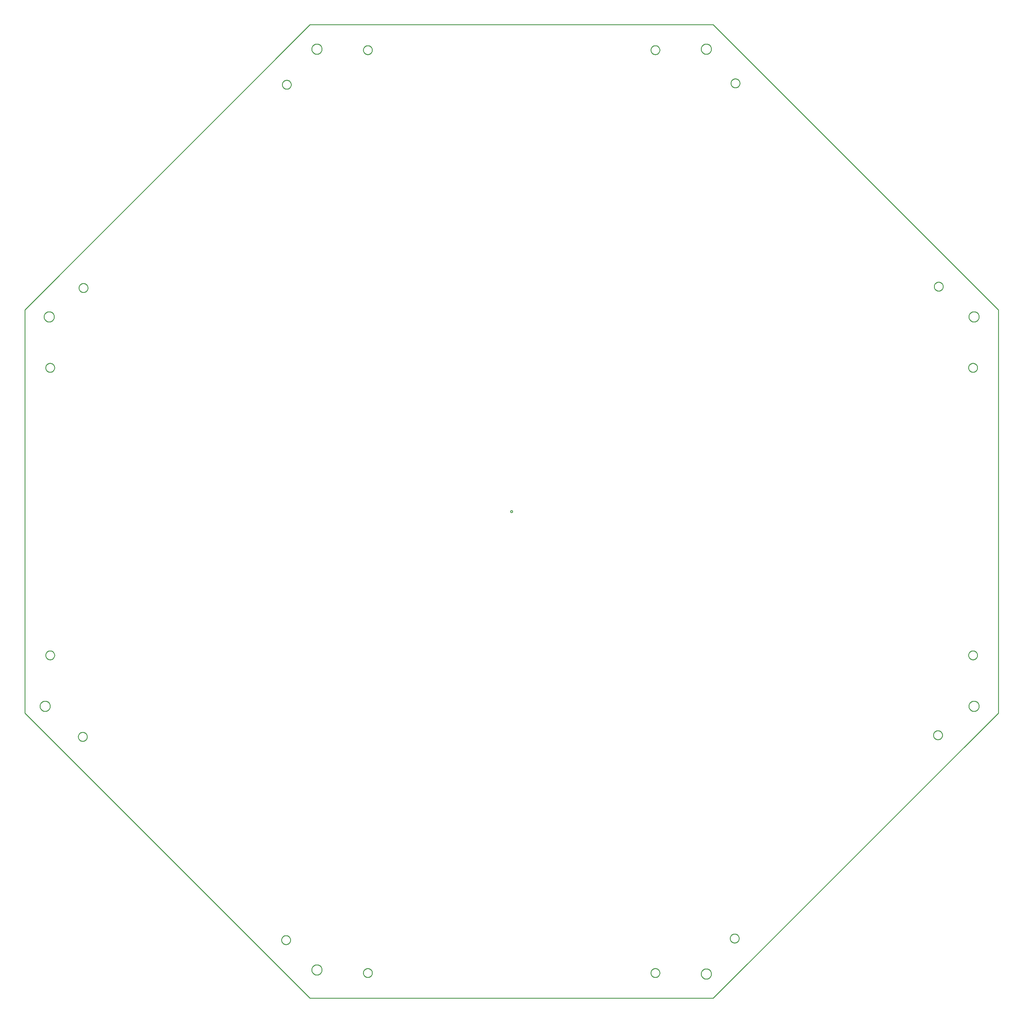
<source format=gbr>
G04 EAGLE Gerber RS-274X export*
G75*
%MOMM*%
%FSLAX34Y34*%
%LPD*%
%IN*%
%IPPOS*%
%AMOC8*
5,1,8,0,0,1.08239X$1,22.5*%
G01*
%ADD10C,0.254000*%


D10*
X-1524000Y-631262D02*
X-631262Y-1524000D01*
X631262Y-1524000D01*
X1524000Y-631262D01*
X1524000Y631262D01*
X631262Y1524000D01*
X-631262Y1524000D01*
X-1524000Y631262D01*
X-1524000Y-631262D01*
X3250Y-213D02*
X3194Y-635D01*
X3084Y-1047D01*
X2921Y-1441D01*
X2708Y-1809D01*
X2449Y-2147D01*
X2147Y-2449D01*
X1809Y-2708D01*
X1441Y-2921D01*
X1047Y-3084D01*
X635Y-3194D01*
X213Y-3250D01*
X-213Y-3250D01*
X-635Y-3194D01*
X-1047Y-3084D01*
X-1441Y-2921D01*
X-1809Y-2708D01*
X-2147Y-2449D01*
X-2449Y-2147D01*
X-2708Y-1809D01*
X-2921Y-1441D01*
X-3084Y-1047D01*
X-3194Y-635D01*
X-3250Y-213D01*
X-3250Y213D01*
X-3194Y635D01*
X-3084Y1047D01*
X-2921Y1441D01*
X-2708Y1809D01*
X-2449Y2147D01*
X-2147Y2449D01*
X-1809Y2708D01*
X-1441Y2921D01*
X-1047Y3084D01*
X-635Y3194D01*
X-213Y3250D01*
X213Y3250D01*
X635Y3194D01*
X1047Y3084D01*
X1441Y2921D01*
X1809Y2708D01*
X2147Y2449D01*
X2449Y2147D01*
X2708Y1809D01*
X2921Y1441D01*
X3084Y1047D01*
X3194Y635D01*
X3250Y213D01*
X3250Y-213D01*
X-593600Y1447276D02*
X-593669Y1446231D01*
X-593805Y1445192D01*
X-594010Y1444165D01*
X-594281Y1443153D01*
X-594617Y1442161D01*
X-595018Y1441193D01*
X-595482Y1440254D01*
X-596006Y1439346D01*
X-596588Y1438475D01*
X-597225Y1437644D01*
X-597916Y1436857D01*
X-598657Y1436116D01*
X-599444Y1435425D01*
X-600275Y1434788D01*
X-601146Y1434206D01*
X-602054Y1433682D01*
X-602993Y1433218D01*
X-603961Y1432817D01*
X-604953Y1432481D01*
X-605965Y1432210D01*
X-606992Y1432005D01*
X-608031Y1431869D01*
X-609076Y1431800D01*
X-610124Y1431800D01*
X-611169Y1431869D01*
X-612208Y1432005D01*
X-613235Y1432210D01*
X-614247Y1432481D01*
X-615239Y1432817D01*
X-616207Y1433218D01*
X-617146Y1433682D01*
X-618054Y1434206D01*
X-618925Y1434788D01*
X-619756Y1435425D01*
X-620543Y1436116D01*
X-621284Y1436857D01*
X-621975Y1437644D01*
X-622613Y1438475D01*
X-623195Y1439346D01*
X-623718Y1440254D01*
X-624182Y1441193D01*
X-624583Y1442161D01*
X-624919Y1443153D01*
X-625190Y1444165D01*
X-625395Y1445192D01*
X-625532Y1446231D01*
X-625600Y1447276D01*
X-625600Y1448324D01*
X-625532Y1449369D01*
X-625395Y1450408D01*
X-625190Y1451435D01*
X-624919Y1452447D01*
X-624583Y1453439D01*
X-624182Y1454407D01*
X-623718Y1455346D01*
X-623195Y1456254D01*
X-622613Y1457125D01*
X-621975Y1457956D01*
X-621284Y1458743D01*
X-620543Y1459484D01*
X-619756Y1460175D01*
X-618925Y1460813D01*
X-618054Y1461395D01*
X-617146Y1461918D01*
X-616207Y1462382D01*
X-615239Y1462783D01*
X-614247Y1463119D01*
X-613235Y1463390D01*
X-612208Y1463595D01*
X-611169Y1463732D01*
X-610124Y1463800D01*
X-609076Y1463800D01*
X-608031Y1463732D01*
X-606992Y1463595D01*
X-605965Y1463390D01*
X-604953Y1463119D01*
X-603961Y1462783D01*
X-602993Y1462382D01*
X-602054Y1461918D01*
X-601146Y1461395D01*
X-600275Y1460813D01*
X-599444Y1460175D01*
X-598657Y1459484D01*
X-597916Y1458743D01*
X-597225Y1457956D01*
X-596588Y1457125D01*
X-596006Y1456254D01*
X-595482Y1455346D01*
X-595018Y1454407D01*
X-594617Y1453439D01*
X-594281Y1452447D01*
X-594010Y1451435D01*
X-593805Y1450408D01*
X-593669Y1449369D01*
X-593600Y1448324D01*
X-593600Y1447276D01*
X625600Y1447276D02*
X625532Y1446231D01*
X625395Y1445192D01*
X625190Y1444165D01*
X624919Y1443153D01*
X624583Y1442161D01*
X624182Y1441193D01*
X623718Y1440254D01*
X623195Y1439346D01*
X622613Y1438475D01*
X621975Y1437644D01*
X621284Y1436857D01*
X620543Y1436116D01*
X619756Y1435425D01*
X618925Y1434788D01*
X618054Y1434206D01*
X617146Y1433682D01*
X616207Y1433218D01*
X615239Y1432817D01*
X614247Y1432481D01*
X613235Y1432210D01*
X612208Y1432005D01*
X611169Y1431869D01*
X610124Y1431800D01*
X609076Y1431800D01*
X608031Y1431869D01*
X606992Y1432005D01*
X605965Y1432210D01*
X604953Y1432481D01*
X603961Y1432817D01*
X602993Y1433218D01*
X602054Y1433682D01*
X601146Y1434206D01*
X600275Y1434788D01*
X599444Y1435425D01*
X598657Y1436116D01*
X597916Y1436857D01*
X597225Y1437644D01*
X596588Y1438475D01*
X596006Y1439346D01*
X595482Y1440254D01*
X595018Y1441193D01*
X594617Y1442161D01*
X594281Y1443153D01*
X594010Y1444165D01*
X593805Y1445192D01*
X593669Y1446231D01*
X593600Y1447276D01*
X593600Y1448324D01*
X593669Y1449369D01*
X593805Y1450408D01*
X594010Y1451435D01*
X594281Y1452447D01*
X594617Y1453439D01*
X595018Y1454407D01*
X595482Y1455346D01*
X596006Y1456254D01*
X596588Y1457125D01*
X597225Y1457956D01*
X597916Y1458743D01*
X598657Y1459484D01*
X599444Y1460175D01*
X600275Y1460813D01*
X601146Y1461395D01*
X602054Y1461918D01*
X602993Y1462382D01*
X603961Y1462783D01*
X604953Y1463119D01*
X605965Y1463390D01*
X606992Y1463595D01*
X608031Y1463732D01*
X609076Y1463800D01*
X610124Y1463800D01*
X611169Y1463732D01*
X612208Y1463595D01*
X613235Y1463390D01*
X614247Y1463119D01*
X615239Y1462783D01*
X616207Y1462382D01*
X617146Y1461918D01*
X618054Y1461395D01*
X618925Y1460813D01*
X619756Y1460175D01*
X620543Y1459484D01*
X621284Y1458743D01*
X621975Y1457956D01*
X622613Y1457125D01*
X623195Y1456254D01*
X623718Y1455346D01*
X624182Y1454407D01*
X624583Y1453439D01*
X624919Y1452447D01*
X625190Y1451435D01*
X625395Y1450408D01*
X625532Y1449369D01*
X625600Y1448324D01*
X625600Y1447276D01*
X1463800Y609076D02*
X1463732Y608031D01*
X1463595Y606992D01*
X1463390Y605965D01*
X1463119Y604953D01*
X1462783Y603961D01*
X1462382Y602993D01*
X1461918Y602054D01*
X1461395Y601146D01*
X1460813Y600275D01*
X1460175Y599444D01*
X1459484Y598657D01*
X1458743Y597916D01*
X1457956Y597225D01*
X1457125Y596588D01*
X1456254Y596006D01*
X1455346Y595482D01*
X1454407Y595018D01*
X1453439Y594617D01*
X1452447Y594281D01*
X1451435Y594010D01*
X1450408Y593805D01*
X1449369Y593669D01*
X1448324Y593600D01*
X1447276Y593600D01*
X1446231Y593669D01*
X1445192Y593805D01*
X1444165Y594010D01*
X1443153Y594281D01*
X1442161Y594617D01*
X1441193Y595018D01*
X1440254Y595482D01*
X1439346Y596006D01*
X1438475Y596588D01*
X1437644Y597225D01*
X1436857Y597916D01*
X1436116Y598657D01*
X1435425Y599444D01*
X1434788Y600275D01*
X1434206Y601146D01*
X1433682Y602054D01*
X1433218Y602993D01*
X1432817Y603961D01*
X1432481Y604953D01*
X1432210Y605965D01*
X1432005Y606992D01*
X1431869Y608031D01*
X1431800Y609076D01*
X1431800Y610124D01*
X1431869Y611169D01*
X1432005Y612208D01*
X1432210Y613235D01*
X1432481Y614247D01*
X1432817Y615239D01*
X1433218Y616207D01*
X1433682Y617146D01*
X1434206Y618054D01*
X1434788Y618925D01*
X1435425Y619756D01*
X1436116Y620543D01*
X1436857Y621284D01*
X1437644Y621975D01*
X1438475Y622613D01*
X1439346Y623195D01*
X1440254Y623718D01*
X1441193Y624182D01*
X1442161Y624583D01*
X1443153Y624919D01*
X1444165Y625190D01*
X1445192Y625395D01*
X1446231Y625532D01*
X1447276Y625600D01*
X1448324Y625600D01*
X1449369Y625532D01*
X1450408Y625395D01*
X1451435Y625190D01*
X1452447Y624919D01*
X1453439Y624583D01*
X1454407Y624182D01*
X1455346Y623718D01*
X1456254Y623195D01*
X1457125Y622613D01*
X1457956Y621975D01*
X1458743Y621284D01*
X1459484Y620543D01*
X1460175Y619756D01*
X1460813Y618925D01*
X1461395Y618054D01*
X1461918Y617146D01*
X1462382Y616207D01*
X1462783Y615239D01*
X1463119Y614247D01*
X1463390Y613235D01*
X1463595Y612208D01*
X1463732Y611169D01*
X1463800Y610124D01*
X1463800Y609076D01*
X1463800Y-610124D02*
X1463732Y-611169D01*
X1463595Y-612208D01*
X1463390Y-613235D01*
X1463119Y-614247D01*
X1462783Y-615239D01*
X1462382Y-616207D01*
X1461918Y-617146D01*
X1461395Y-618054D01*
X1460813Y-618925D01*
X1460175Y-619756D01*
X1459484Y-620543D01*
X1458743Y-621284D01*
X1457956Y-621975D01*
X1457125Y-622613D01*
X1456254Y-623195D01*
X1455346Y-623718D01*
X1454407Y-624182D01*
X1453439Y-624583D01*
X1452447Y-624919D01*
X1451435Y-625190D01*
X1450408Y-625395D01*
X1449369Y-625532D01*
X1448324Y-625600D01*
X1447276Y-625600D01*
X1446231Y-625532D01*
X1445192Y-625395D01*
X1444165Y-625190D01*
X1443153Y-624919D01*
X1442161Y-624583D01*
X1441193Y-624182D01*
X1440254Y-623718D01*
X1439346Y-623195D01*
X1438475Y-622613D01*
X1437644Y-621975D01*
X1436857Y-621284D01*
X1436116Y-620543D01*
X1435425Y-619756D01*
X1434788Y-618925D01*
X1434206Y-618054D01*
X1433682Y-617146D01*
X1433218Y-616207D01*
X1432817Y-615239D01*
X1432481Y-614247D01*
X1432210Y-613235D01*
X1432005Y-612208D01*
X1431869Y-611169D01*
X1431800Y-610124D01*
X1431800Y-609076D01*
X1431869Y-608031D01*
X1432005Y-606992D01*
X1432210Y-605965D01*
X1432481Y-604953D01*
X1432817Y-603961D01*
X1433218Y-602993D01*
X1433682Y-602054D01*
X1434206Y-601146D01*
X1434788Y-600275D01*
X1435425Y-599444D01*
X1436116Y-598657D01*
X1436857Y-597916D01*
X1437644Y-597225D01*
X1438475Y-596588D01*
X1439346Y-596006D01*
X1440254Y-595482D01*
X1441193Y-595018D01*
X1442161Y-594617D01*
X1443153Y-594281D01*
X1444165Y-594010D01*
X1445192Y-593805D01*
X1446231Y-593669D01*
X1447276Y-593600D01*
X1448324Y-593600D01*
X1449369Y-593669D01*
X1450408Y-593805D01*
X1451435Y-594010D01*
X1452447Y-594281D01*
X1453439Y-594617D01*
X1454407Y-595018D01*
X1455346Y-595482D01*
X1456254Y-596006D01*
X1457125Y-596588D01*
X1457956Y-597225D01*
X1458743Y-597916D01*
X1459484Y-598657D01*
X1460175Y-599444D01*
X1460813Y-600275D01*
X1461395Y-601146D01*
X1461918Y-602054D01*
X1462382Y-602993D01*
X1462783Y-603961D01*
X1463119Y-604953D01*
X1463390Y-605965D01*
X1463595Y-606992D01*
X1463732Y-608031D01*
X1463800Y-609076D01*
X1463800Y-610124D01*
X-1431800Y609076D02*
X-1431869Y608031D01*
X-1432005Y606992D01*
X-1432210Y605965D01*
X-1432481Y604953D01*
X-1432817Y603961D01*
X-1433218Y602993D01*
X-1433682Y602054D01*
X-1434206Y601146D01*
X-1434788Y600275D01*
X-1435425Y599444D01*
X-1436116Y598657D01*
X-1436857Y597916D01*
X-1437644Y597225D01*
X-1438475Y596588D01*
X-1439346Y596006D01*
X-1440254Y595482D01*
X-1441193Y595018D01*
X-1442161Y594617D01*
X-1443153Y594281D01*
X-1444165Y594010D01*
X-1445192Y593805D01*
X-1446231Y593669D01*
X-1447276Y593600D01*
X-1448324Y593600D01*
X-1449369Y593669D01*
X-1450408Y593805D01*
X-1451435Y594010D01*
X-1452447Y594281D01*
X-1453439Y594617D01*
X-1454407Y595018D01*
X-1455346Y595482D01*
X-1456254Y596006D01*
X-1457125Y596588D01*
X-1457956Y597225D01*
X-1458743Y597916D01*
X-1459484Y598657D01*
X-1460175Y599444D01*
X-1460813Y600275D01*
X-1461395Y601146D01*
X-1461918Y602054D01*
X-1462382Y602993D01*
X-1462783Y603961D01*
X-1463119Y604953D01*
X-1463390Y605965D01*
X-1463595Y606992D01*
X-1463732Y608031D01*
X-1463800Y609076D01*
X-1463800Y610124D01*
X-1463732Y611169D01*
X-1463595Y612208D01*
X-1463390Y613235D01*
X-1463119Y614247D01*
X-1462783Y615239D01*
X-1462382Y616207D01*
X-1461918Y617146D01*
X-1461395Y618054D01*
X-1460813Y618925D01*
X-1460175Y619756D01*
X-1459484Y620543D01*
X-1458743Y621284D01*
X-1457956Y621975D01*
X-1457125Y622613D01*
X-1456254Y623195D01*
X-1455346Y623718D01*
X-1454407Y624182D01*
X-1453439Y624583D01*
X-1452447Y624919D01*
X-1451435Y625190D01*
X-1450408Y625395D01*
X-1449369Y625532D01*
X-1448324Y625600D01*
X-1447276Y625600D01*
X-1446231Y625532D01*
X-1445192Y625395D01*
X-1444165Y625190D01*
X-1443153Y624919D01*
X-1442161Y624583D01*
X-1441193Y624182D01*
X-1440254Y623718D01*
X-1439346Y623195D01*
X-1438475Y622613D01*
X-1437644Y621975D01*
X-1436857Y621284D01*
X-1436116Y620543D01*
X-1435425Y619756D01*
X-1434788Y618925D01*
X-1434206Y618054D01*
X-1433682Y617146D01*
X-1433218Y616207D01*
X-1432817Y615239D01*
X-1432481Y614247D01*
X-1432210Y613235D01*
X-1432005Y612208D01*
X-1431869Y611169D01*
X-1431800Y610124D01*
X-1431800Y609076D01*
X-1444500Y-610124D02*
X-1444569Y-611169D01*
X-1444705Y-612208D01*
X-1444910Y-613235D01*
X-1445181Y-614247D01*
X-1445517Y-615239D01*
X-1445918Y-616207D01*
X-1446382Y-617146D01*
X-1446906Y-618054D01*
X-1447488Y-618925D01*
X-1448125Y-619756D01*
X-1448816Y-620543D01*
X-1449557Y-621284D01*
X-1450344Y-621975D01*
X-1451175Y-622613D01*
X-1452046Y-623195D01*
X-1452954Y-623718D01*
X-1453893Y-624182D01*
X-1454861Y-624583D01*
X-1455853Y-624919D01*
X-1456865Y-625190D01*
X-1457892Y-625395D01*
X-1458931Y-625532D01*
X-1459976Y-625600D01*
X-1461024Y-625600D01*
X-1462069Y-625532D01*
X-1463108Y-625395D01*
X-1464135Y-625190D01*
X-1465147Y-624919D01*
X-1466139Y-624583D01*
X-1467107Y-624182D01*
X-1468046Y-623718D01*
X-1468954Y-623195D01*
X-1469825Y-622613D01*
X-1470656Y-621975D01*
X-1471443Y-621284D01*
X-1472184Y-620543D01*
X-1472875Y-619756D01*
X-1473513Y-618925D01*
X-1474095Y-618054D01*
X-1474618Y-617146D01*
X-1475082Y-616207D01*
X-1475483Y-615239D01*
X-1475819Y-614247D01*
X-1476090Y-613235D01*
X-1476295Y-612208D01*
X-1476432Y-611169D01*
X-1476500Y-610124D01*
X-1476500Y-609076D01*
X-1476432Y-608031D01*
X-1476295Y-606992D01*
X-1476090Y-605965D01*
X-1475819Y-604953D01*
X-1475483Y-603961D01*
X-1475082Y-602993D01*
X-1474618Y-602054D01*
X-1474095Y-601146D01*
X-1473513Y-600275D01*
X-1472875Y-599444D01*
X-1472184Y-598657D01*
X-1471443Y-597916D01*
X-1470656Y-597225D01*
X-1469825Y-596588D01*
X-1468954Y-596006D01*
X-1468046Y-595482D01*
X-1467107Y-595018D01*
X-1466139Y-594617D01*
X-1465147Y-594281D01*
X-1464135Y-594010D01*
X-1463108Y-593805D01*
X-1462069Y-593669D01*
X-1461024Y-593600D01*
X-1459976Y-593600D01*
X-1458931Y-593669D01*
X-1457892Y-593805D01*
X-1456865Y-594010D01*
X-1455853Y-594281D01*
X-1454861Y-594617D01*
X-1453893Y-595018D01*
X-1452954Y-595482D01*
X-1452046Y-596006D01*
X-1451175Y-596588D01*
X-1450344Y-597225D01*
X-1449557Y-597916D01*
X-1448816Y-598657D01*
X-1448125Y-599444D01*
X-1447488Y-600275D01*
X-1446906Y-601146D01*
X-1446382Y-602054D01*
X-1445918Y-602993D01*
X-1445517Y-603961D01*
X-1445181Y-604953D01*
X-1444910Y-605965D01*
X-1444705Y-606992D01*
X-1444569Y-608031D01*
X-1444500Y-609076D01*
X-1444500Y-610124D01*
X625600Y-1448324D02*
X625532Y-1449369D01*
X625395Y-1450408D01*
X625190Y-1451435D01*
X624919Y-1452447D01*
X624583Y-1453439D01*
X624182Y-1454407D01*
X623718Y-1455346D01*
X623195Y-1456254D01*
X622613Y-1457125D01*
X621975Y-1457956D01*
X621284Y-1458743D01*
X620543Y-1459484D01*
X619756Y-1460175D01*
X618925Y-1460813D01*
X618054Y-1461395D01*
X617146Y-1461918D01*
X616207Y-1462382D01*
X615239Y-1462783D01*
X614247Y-1463119D01*
X613235Y-1463390D01*
X612208Y-1463595D01*
X611169Y-1463732D01*
X610124Y-1463800D01*
X609076Y-1463800D01*
X608031Y-1463732D01*
X606992Y-1463595D01*
X605965Y-1463390D01*
X604953Y-1463119D01*
X603961Y-1462783D01*
X602993Y-1462382D01*
X602054Y-1461918D01*
X601146Y-1461395D01*
X600275Y-1460813D01*
X599444Y-1460175D01*
X598657Y-1459484D01*
X597916Y-1458743D01*
X597225Y-1457956D01*
X596588Y-1457125D01*
X596006Y-1456254D01*
X595482Y-1455346D01*
X595018Y-1454407D01*
X594617Y-1453439D01*
X594281Y-1452447D01*
X594010Y-1451435D01*
X593805Y-1450408D01*
X593669Y-1449369D01*
X593600Y-1448324D01*
X593600Y-1447276D01*
X593669Y-1446231D01*
X593805Y-1445192D01*
X594010Y-1444165D01*
X594281Y-1443153D01*
X594617Y-1442161D01*
X595018Y-1441193D01*
X595482Y-1440254D01*
X596006Y-1439346D01*
X596588Y-1438475D01*
X597225Y-1437644D01*
X597916Y-1436857D01*
X598657Y-1436116D01*
X599444Y-1435425D01*
X600275Y-1434788D01*
X601146Y-1434206D01*
X602054Y-1433682D01*
X602993Y-1433218D01*
X603961Y-1432817D01*
X604953Y-1432481D01*
X605965Y-1432210D01*
X606992Y-1432005D01*
X608031Y-1431869D01*
X609076Y-1431800D01*
X610124Y-1431800D01*
X611169Y-1431869D01*
X612208Y-1432005D01*
X613235Y-1432210D01*
X614247Y-1432481D01*
X615239Y-1432817D01*
X616207Y-1433218D01*
X617146Y-1433682D01*
X618054Y-1434206D01*
X618925Y-1434788D01*
X619756Y-1435425D01*
X620543Y-1436116D01*
X621284Y-1436857D01*
X621975Y-1437644D01*
X622613Y-1438475D01*
X623195Y-1439346D01*
X623718Y-1440254D01*
X624182Y-1441193D01*
X624583Y-1442161D01*
X624919Y-1443153D01*
X625190Y-1444165D01*
X625395Y-1445192D01*
X625532Y-1446231D01*
X625600Y-1447276D01*
X625600Y-1448324D01*
X-593600Y-1435624D02*
X-593669Y-1436669D01*
X-593805Y-1437708D01*
X-594010Y-1438735D01*
X-594281Y-1439747D01*
X-594617Y-1440739D01*
X-595018Y-1441707D01*
X-595482Y-1442646D01*
X-596006Y-1443554D01*
X-596588Y-1444425D01*
X-597225Y-1445256D01*
X-597916Y-1446043D01*
X-598657Y-1446784D01*
X-599444Y-1447475D01*
X-600275Y-1448113D01*
X-601146Y-1448695D01*
X-602054Y-1449218D01*
X-602993Y-1449682D01*
X-603961Y-1450083D01*
X-604953Y-1450419D01*
X-605965Y-1450690D01*
X-606992Y-1450895D01*
X-608031Y-1451032D01*
X-609076Y-1451100D01*
X-610124Y-1451100D01*
X-611169Y-1451032D01*
X-612208Y-1450895D01*
X-613235Y-1450690D01*
X-614247Y-1450419D01*
X-615239Y-1450083D01*
X-616207Y-1449682D01*
X-617146Y-1449218D01*
X-618054Y-1448695D01*
X-618925Y-1448113D01*
X-619756Y-1447475D01*
X-620543Y-1446784D01*
X-621284Y-1446043D01*
X-621975Y-1445256D01*
X-622613Y-1444425D01*
X-623195Y-1443554D01*
X-623718Y-1442646D01*
X-624182Y-1441707D01*
X-624583Y-1440739D01*
X-624919Y-1439747D01*
X-625190Y-1438735D01*
X-625395Y-1437708D01*
X-625532Y-1436669D01*
X-625600Y-1435624D01*
X-625600Y-1434576D01*
X-625532Y-1433531D01*
X-625395Y-1432492D01*
X-625190Y-1431465D01*
X-624919Y-1430453D01*
X-624583Y-1429461D01*
X-624182Y-1428493D01*
X-623718Y-1427554D01*
X-623195Y-1426646D01*
X-622613Y-1425775D01*
X-621975Y-1424944D01*
X-621284Y-1424157D01*
X-620543Y-1423416D01*
X-619756Y-1422725D01*
X-618925Y-1422088D01*
X-618054Y-1421506D01*
X-617146Y-1420982D01*
X-616207Y-1420518D01*
X-615239Y-1420117D01*
X-614247Y-1419781D01*
X-613235Y-1419510D01*
X-612208Y-1419305D01*
X-611169Y-1419169D01*
X-610124Y-1419100D01*
X-609076Y-1419100D01*
X-608031Y-1419169D01*
X-606992Y-1419305D01*
X-605965Y-1419510D01*
X-604953Y-1419781D01*
X-603961Y-1420117D01*
X-602993Y-1420518D01*
X-602054Y-1420982D01*
X-601146Y-1421506D01*
X-600275Y-1422088D01*
X-599444Y-1422725D01*
X-598657Y-1423416D01*
X-597916Y-1424157D01*
X-597225Y-1424944D01*
X-596588Y-1425775D01*
X-596006Y-1426646D01*
X-595482Y-1427554D01*
X-595018Y-1428493D01*
X-594617Y-1429461D01*
X-594281Y-1430453D01*
X-594010Y-1431465D01*
X-593805Y-1432492D01*
X-593669Y-1433531D01*
X-593600Y-1434576D01*
X-593600Y-1435624D01*
X-1458722Y-449589D02*
X-1458651Y-448594D01*
X-1458509Y-447606D01*
X-1458297Y-446631D01*
X-1458015Y-445673D01*
X-1457667Y-444739D01*
X-1457252Y-443831D01*
X-1456774Y-442955D01*
X-1456234Y-442116D01*
X-1455636Y-441317D01*
X-1454983Y-440563D01*
X-1454277Y-439857D01*
X-1453523Y-439203D01*
X-1452724Y-438605D01*
X-1451885Y-438066D01*
X-1451009Y-437588D01*
X-1450101Y-437173D01*
X-1449166Y-436824D01*
X-1448209Y-436543D01*
X-1447234Y-436331D01*
X-1446246Y-436189D01*
X-1445251Y-436118D01*
X-1444253Y-436118D01*
X-1443258Y-436189D01*
X-1442270Y-436331D01*
X-1441295Y-436543D01*
X-1440337Y-436824D01*
X-1439402Y-437173D01*
X-1438495Y-437588D01*
X-1437619Y-438066D01*
X-1436779Y-438605D01*
X-1435981Y-439203D01*
X-1435226Y-439857D01*
X-1434521Y-440563D01*
X-1433867Y-441317D01*
X-1433269Y-442116D01*
X-1432730Y-442955D01*
X-1432252Y-443831D01*
X-1431837Y-444739D01*
X-1431488Y-445673D01*
X-1431207Y-446631D01*
X-1430995Y-447606D01*
X-1430853Y-448594D01*
X-1430782Y-449589D01*
X-1430782Y-450587D01*
X-1430853Y-451582D01*
X-1430995Y-452570D01*
X-1431207Y-453545D01*
X-1431488Y-454503D01*
X-1431837Y-455438D01*
X-1432252Y-456345D01*
X-1432730Y-457221D01*
X-1433269Y-458061D01*
X-1433867Y-458859D01*
X-1434521Y-459613D01*
X-1435226Y-460319D01*
X-1435981Y-460973D01*
X-1436779Y-461571D01*
X-1437619Y-462110D01*
X-1438495Y-462588D01*
X-1439402Y-463003D01*
X-1440337Y-463352D01*
X-1441295Y-463633D01*
X-1442270Y-463845D01*
X-1443258Y-463987D01*
X-1444253Y-464058D01*
X-1445251Y-464058D01*
X-1446246Y-463987D01*
X-1447234Y-463845D01*
X-1448209Y-463633D01*
X-1449166Y-463352D01*
X-1450101Y-463003D01*
X-1451009Y-462588D01*
X-1451885Y-462110D01*
X-1452724Y-461571D01*
X-1453523Y-460973D01*
X-1454277Y-460319D01*
X-1454983Y-459613D01*
X-1455636Y-458859D01*
X-1456234Y-458061D01*
X-1456774Y-457221D01*
X-1457252Y-456345D01*
X-1457667Y-455438D01*
X-1458015Y-454503D01*
X-1458297Y-453545D01*
X-1458509Y-452570D01*
X-1458651Y-451582D01*
X-1458722Y-450587D01*
X-1458722Y-449589D01*
X-1458722Y450587D02*
X-1458651Y451582D01*
X-1458509Y452570D01*
X-1458297Y453545D01*
X-1458015Y454503D01*
X-1457667Y455438D01*
X-1457252Y456345D01*
X-1456774Y457221D01*
X-1456234Y458061D01*
X-1455636Y458859D01*
X-1454983Y459613D01*
X-1454277Y460319D01*
X-1453523Y460973D01*
X-1452724Y461571D01*
X-1451885Y462110D01*
X-1451009Y462588D01*
X-1450101Y463003D01*
X-1449166Y463352D01*
X-1448209Y463633D01*
X-1447234Y463845D01*
X-1446246Y463987D01*
X-1445251Y464058D01*
X-1444253Y464058D01*
X-1443258Y463987D01*
X-1442270Y463845D01*
X-1441295Y463633D01*
X-1440337Y463352D01*
X-1439402Y463003D01*
X-1438495Y462588D01*
X-1437619Y462110D01*
X-1436779Y461571D01*
X-1435981Y460973D01*
X-1435226Y460319D01*
X-1434521Y459613D01*
X-1433867Y458859D01*
X-1433269Y458061D01*
X-1432730Y457221D01*
X-1432252Y456345D01*
X-1431837Y455438D01*
X-1431488Y454503D01*
X-1431207Y453545D01*
X-1430995Y452570D01*
X-1430853Y451582D01*
X-1430782Y450587D01*
X-1430782Y449589D01*
X-1430853Y448594D01*
X-1430995Y447606D01*
X-1431207Y446631D01*
X-1431488Y445673D01*
X-1431837Y444739D01*
X-1432252Y443831D01*
X-1432730Y442955D01*
X-1433269Y442116D01*
X-1433867Y441317D01*
X-1434521Y440563D01*
X-1435226Y439857D01*
X-1435981Y439203D01*
X-1436779Y438605D01*
X-1437619Y438066D01*
X-1438495Y437588D01*
X-1439402Y437173D01*
X-1440337Y436824D01*
X-1441295Y436543D01*
X-1442270Y436331D01*
X-1443258Y436189D01*
X-1444253Y436118D01*
X-1445251Y436118D01*
X-1446246Y436189D01*
X-1447234Y436331D01*
X-1448209Y436543D01*
X-1449166Y436824D01*
X-1450101Y437173D01*
X-1451009Y437588D01*
X-1451885Y438066D01*
X-1452724Y438605D01*
X-1453523Y439203D01*
X-1454277Y439857D01*
X-1454983Y440563D01*
X-1455636Y441317D01*
X-1456234Y442116D01*
X-1456774Y442955D01*
X-1457252Y443831D01*
X-1457667Y444739D01*
X-1458015Y445673D01*
X-1458297Y446631D01*
X-1458509Y447606D01*
X-1458651Y448594D01*
X-1458722Y449589D01*
X-1458722Y450587D01*
X449589Y-1458722D02*
X448594Y-1458651D01*
X447606Y-1458509D01*
X446631Y-1458297D01*
X445673Y-1458015D01*
X444739Y-1457667D01*
X443831Y-1457252D01*
X442955Y-1456774D01*
X442116Y-1456234D01*
X441317Y-1455636D01*
X440563Y-1454983D01*
X439857Y-1454277D01*
X439203Y-1453523D01*
X438605Y-1452724D01*
X438066Y-1451885D01*
X437588Y-1451009D01*
X437173Y-1450101D01*
X436824Y-1449166D01*
X436543Y-1448209D01*
X436331Y-1447234D01*
X436189Y-1446246D01*
X436118Y-1445251D01*
X436118Y-1444253D01*
X436189Y-1443258D01*
X436331Y-1442270D01*
X436543Y-1441295D01*
X436824Y-1440337D01*
X437173Y-1439402D01*
X437588Y-1438495D01*
X438066Y-1437619D01*
X438605Y-1436779D01*
X439203Y-1435981D01*
X439857Y-1435226D01*
X440563Y-1434521D01*
X441317Y-1433867D01*
X442116Y-1433269D01*
X442955Y-1432730D01*
X443831Y-1432252D01*
X444739Y-1431837D01*
X445673Y-1431488D01*
X446631Y-1431207D01*
X447606Y-1430995D01*
X448594Y-1430853D01*
X449589Y-1430782D01*
X450587Y-1430782D01*
X451582Y-1430853D01*
X452570Y-1430995D01*
X453545Y-1431207D01*
X454503Y-1431488D01*
X455438Y-1431837D01*
X456345Y-1432252D01*
X457221Y-1432730D01*
X458061Y-1433269D01*
X458859Y-1433867D01*
X459613Y-1434521D01*
X460319Y-1435226D01*
X460973Y-1435981D01*
X461571Y-1436779D01*
X462110Y-1437619D01*
X462588Y-1438495D01*
X463003Y-1439402D01*
X463352Y-1440337D01*
X463633Y-1441295D01*
X463845Y-1442270D01*
X463987Y-1443258D01*
X464058Y-1444253D01*
X464058Y-1445251D01*
X463987Y-1446246D01*
X463845Y-1447234D01*
X463633Y-1448209D01*
X463352Y-1449166D01*
X463003Y-1450101D01*
X462588Y-1451009D01*
X462110Y-1451885D01*
X461571Y-1452724D01*
X460973Y-1453523D01*
X460319Y-1454277D01*
X459613Y-1454983D01*
X458859Y-1455636D01*
X458061Y-1456234D01*
X457221Y-1456774D01*
X456345Y-1457252D01*
X455438Y-1457667D01*
X454503Y-1458015D01*
X453545Y-1458297D01*
X452570Y-1458509D01*
X451582Y-1458651D01*
X450587Y-1458722D01*
X449589Y-1458722D01*
X-450587Y-1458722D02*
X-451582Y-1458651D01*
X-452570Y-1458509D01*
X-453545Y-1458297D01*
X-454503Y-1458015D01*
X-455438Y-1457667D01*
X-456345Y-1457252D01*
X-457221Y-1456774D01*
X-458061Y-1456234D01*
X-458859Y-1455636D01*
X-459613Y-1454983D01*
X-460319Y-1454277D01*
X-460973Y-1453523D01*
X-461571Y-1452724D01*
X-462110Y-1451885D01*
X-462588Y-1451009D01*
X-463003Y-1450101D01*
X-463352Y-1449166D01*
X-463633Y-1448209D01*
X-463845Y-1447234D01*
X-463987Y-1446246D01*
X-464058Y-1445251D01*
X-464058Y-1444253D01*
X-463987Y-1443258D01*
X-463845Y-1442270D01*
X-463633Y-1441295D01*
X-463352Y-1440337D01*
X-463003Y-1439402D01*
X-462588Y-1438495D01*
X-462110Y-1437619D01*
X-461571Y-1436779D01*
X-460973Y-1435981D01*
X-460319Y-1435226D01*
X-459613Y-1434521D01*
X-458859Y-1433867D01*
X-458061Y-1433269D01*
X-457221Y-1432730D01*
X-456345Y-1432252D01*
X-455438Y-1431837D01*
X-454503Y-1431488D01*
X-453545Y-1431207D01*
X-452570Y-1430995D01*
X-451582Y-1430853D01*
X-450587Y-1430782D01*
X-449589Y-1430782D01*
X-448594Y-1430853D01*
X-447606Y-1430995D01*
X-446631Y-1431207D01*
X-445673Y-1431488D01*
X-444739Y-1431837D01*
X-443831Y-1432252D01*
X-442955Y-1432730D01*
X-442116Y-1433269D01*
X-441317Y-1433867D01*
X-440563Y-1434521D01*
X-439857Y-1435226D01*
X-439203Y-1435981D01*
X-438605Y-1436779D01*
X-438066Y-1437619D01*
X-437588Y-1438495D01*
X-437173Y-1439402D01*
X-436824Y-1440337D01*
X-436543Y-1441295D01*
X-436331Y-1442270D01*
X-436189Y-1443258D01*
X-436118Y-1444253D01*
X-436118Y-1445251D01*
X-436189Y-1446246D01*
X-436331Y-1447234D01*
X-436543Y-1448209D01*
X-436824Y-1449166D01*
X-437173Y-1450101D01*
X-437588Y-1451009D01*
X-438066Y-1451885D01*
X-438605Y-1452724D01*
X-439203Y-1453523D01*
X-439857Y-1454277D01*
X-440563Y-1454983D01*
X-441317Y-1455636D01*
X-442116Y-1456234D01*
X-442955Y-1456774D01*
X-443831Y-1457252D01*
X-444739Y-1457667D01*
X-445673Y-1458015D01*
X-446631Y-1458297D01*
X-447606Y-1458509D01*
X-448594Y-1458651D01*
X-449589Y-1458722D01*
X-450587Y-1458722D01*
X-449589Y1458722D02*
X-448594Y1458651D01*
X-447606Y1458509D01*
X-446631Y1458297D01*
X-445673Y1458015D01*
X-444739Y1457667D01*
X-443831Y1457252D01*
X-442955Y1456774D01*
X-442116Y1456234D01*
X-441317Y1455636D01*
X-440563Y1454983D01*
X-439857Y1454277D01*
X-439203Y1453523D01*
X-438605Y1452724D01*
X-438066Y1451885D01*
X-437588Y1451009D01*
X-437173Y1450101D01*
X-436824Y1449166D01*
X-436543Y1448209D01*
X-436331Y1447234D01*
X-436189Y1446246D01*
X-436118Y1445251D01*
X-436118Y1444253D01*
X-436189Y1443258D01*
X-436331Y1442270D01*
X-436543Y1441295D01*
X-436824Y1440337D01*
X-437173Y1439402D01*
X-437588Y1438495D01*
X-438066Y1437619D01*
X-438605Y1436779D01*
X-439203Y1435981D01*
X-439857Y1435226D01*
X-440563Y1434521D01*
X-441317Y1433867D01*
X-442116Y1433269D01*
X-442955Y1432730D01*
X-443831Y1432252D01*
X-444739Y1431837D01*
X-445673Y1431488D01*
X-446631Y1431207D01*
X-447606Y1430995D01*
X-448594Y1430853D01*
X-449589Y1430782D01*
X-450587Y1430782D01*
X-451582Y1430853D01*
X-452570Y1430995D01*
X-453545Y1431207D01*
X-454503Y1431488D01*
X-455438Y1431837D01*
X-456345Y1432252D01*
X-457221Y1432730D01*
X-458061Y1433269D01*
X-458859Y1433867D01*
X-459613Y1434521D01*
X-460319Y1435226D01*
X-460973Y1435981D01*
X-461571Y1436779D01*
X-462110Y1437619D01*
X-462588Y1438495D01*
X-463003Y1439402D01*
X-463352Y1440337D01*
X-463633Y1441295D01*
X-463845Y1442270D01*
X-463987Y1443258D01*
X-464058Y1444253D01*
X-464058Y1445251D01*
X-463987Y1446246D01*
X-463845Y1447234D01*
X-463633Y1448209D01*
X-463352Y1449166D01*
X-463003Y1450101D01*
X-462588Y1451009D01*
X-462110Y1451885D01*
X-461571Y1452724D01*
X-460973Y1453523D01*
X-460319Y1454277D01*
X-459613Y1454983D01*
X-458859Y1455636D01*
X-458061Y1456234D01*
X-457221Y1456774D01*
X-456345Y1457252D01*
X-455438Y1457667D01*
X-454503Y1458015D01*
X-453545Y1458297D01*
X-452570Y1458509D01*
X-451582Y1458651D01*
X-450587Y1458722D01*
X-449589Y1458722D01*
X450587Y1458722D02*
X451582Y1458651D01*
X452570Y1458509D01*
X453545Y1458297D01*
X454503Y1458015D01*
X455438Y1457667D01*
X456345Y1457252D01*
X457221Y1456774D01*
X458061Y1456234D01*
X458859Y1455636D01*
X459613Y1454983D01*
X460319Y1454277D01*
X460973Y1453523D01*
X461571Y1452724D01*
X462110Y1451885D01*
X462588Y1451009D01*
X463003Y1450101D01*
X463352Y1449166D01*
X463633Y1448209D01*
X463845Y1447234D01*
X463987Y1446246D01*
X464058Y1445251D01*
X464058Y1444253D01*
X463987Y1443258D01*
X463845Y1442270D01*
X463633Y1441295D01*
X463352Y1440337D01*
X463003Y1439402D01*
X462588Y1438495D01*
X462110Y1437619D01*
X461571Y1436779D01*
X460973Y1435981D01*
X460319Y1435226D01*
X459613Y1434521D01*
X458859Y1433867D01*
X458061Y1433269D01*
X457221Y1432730D01*
X456345Y1432252D01*
X455438Y1431837D01*
X454503Y1431488D01*
X453545Y1431207D01*
X452570Y1430995D01*
X451582Y1430853D01*
X450587Y1430782D01*
X449589Y1430782D01*
X448594Y1430853D01*
X447606Y1430995D01*
X446631Y1431207D01*
X445673Y1431488D01*
X444739Y1431837D01*
X443831Y1432252D01*
X442955Y1432730D01*
X442116Y1433269D01*
X441317Y1433867D01*
X440563Y1434521D01*
X439857Y1435226D01*
X439203Y1435981D01*
X438605Y1436779D01*
X438066Y1437619D01*
X437588Y1438495D01*
X437173Y1439402D01*
X436824Y1440337D01*
X436543Y1441295D01*
X436331Y1442270D01*
X436189Y1443258D01*
X436118Y1444253D01*
X436118Y1445251D01*
X436189Y1446246D01*
X436331Y1447234D01*
X436543Y1448209D01*
X436824Y1449166D01*
X437173Y1450101D01*
X437588Y1451009D01*
X438066Y1451885D01*
X438605Y1452724D01*
X439203Y1453523D01*
X439857Y1454277D01*
X440563Y1454983D01*
X441317Y1455636D01*
X442116Y1456234D01*
X442955Y1456774D01*
X443831Y1457252D01*
X444739Y1457667D01*
X445673Y1458015D01*
X446631Y1458297D01*
X447606Y1458509D01*
X448594Y1458651D01*
X449589Y1458722D01*
X450587Y1458722D01*
X710993Y1350312D02*
X711646Y1349558D01*
X712245Y1348759D01*
X712784Y1347919D01*
X713262Y1347044D01*
X713677Y1346136D01*
X714025Y1345201D01*
X714307Y1344244D01*
X714519Y1343268D01*
X714661Y1342281D01*
X714732Y1341285D01*
X714732Y1340288D01*
X714661Y1339292D01*
X714519Y1338304D01*
X714307Y1337329D01*
X714025Y1336372D01*
X713677Y1335437D01*
X713262Y1334529D01*
X712784Y1333653D01*
X712245Y1332814D01*
X711646Y1332015D01*
X710993Y1331261D01*
X710287Y1330555D01*
X709533Y1329902D01*
X708734Y1329304D01*
X707895Y1328764D01*
X707019Y1328286D01*
X706111Y1327872D01*
X705176Y1327523D01*
X704219Y1327242D01*
X703244Y1327030D01*
X702256Y1326888D01*
X701261Y1326816D01*
X700263Y1326816D01*
X699268Y1326888D01*
X698280Y1327030D01*
X697305Y1327242D01*
X696347Y1327523D01*
X695412Y1327872D01*
X694505Y1328286D01*
X693629Y1328764D01*
X692789Y1329304D01*
X691991Y1329902D01*
X691236Y1330555D01*
X690531Y1331261D01*
X689877Y1332015D01*
X689279Y1332814D01*
X688740Y1333653D01*
X688262Y1334529D01*
X687847Y1335437D01*
X687498Y1336372D01*
X687217Y1337329D01*
X687005Y1338304D01*
X686863Y1339292D01*
X686792Y1340288D01*
X686792Y1341285D01*
X686863Y1342281D01*
X687005Y1343268D01*
X687217Y1344244D01*
X687498Y1345201D01*
X687847Y1346136D01*
X688262Y1347044D01*
X688740Y1347919D01*
X689279Y1348759D01*
X689877Y1349558D01*
X690531Y1350312D01*
X691236Y1351018D01*
X691991Y1351671D01*
X692789Y1352269D01*
X693629Y1352809D01*
X694505Y1353287D01*
X695412Y1353701D01*
X696347Y1354050D01*
X697305Y1354331D01*
X698280Y1354543D01*
X699268Y1354685D01*
X700263Y1354756D01*
X701261Y1354756D01*
X702256Y1354685D01*
X703244Y1354543D01*
X704219Y1354331D01*
X705176Y1354050D01*
X706111Y1353701D01*
X707019Y1353287D01*
X707895Y1352809D01*
X708734Y1352269D01*
X709533Y1351671D01*
X710287Y1351018D01*
X710993Y1350312D01*
X1347514Y713791D02*
X1348167Y713037D01*
X1348765Y712238D01*
X1349305Y711399D01*
X1349783Y710523D01*
X1350197Y709615D01*
X1350546Y708680D01*
X1350827Y707723D01*
X1351039Y706748D01*
X1351181Y705760D01*
X1351252Y704765D01*
X1351252Y703767D01*
X1351181Y702772D01*
X1351039Y701784D01*
X1350827Y700809D01*
X1350546Y699851D01*
X1350197Y698916D01*
X1349783Y698009D01*
X1349305Y697133D01*
X1348765Y696293D01*
X1348167Y695495D01*
X1347514Y694740D01*
X1346808Y694035D01*
X1346054Y693381D01*
X1345255Y692783D01*
X1344416Y692244D01*
X1343540Y691766D01*
X1342632Y691351D01*
X1341697Y691002D01*
X1340740Y690721D01*
X1339764Y690509D01*
X1338777Y690367D01*
X1337781Y690296D01*
X1336784Y690296D01*
X1335788Y690367D01*
X1334800Y690509D01*
X1333825Y690721D01*
X1332868Y691002D01*
X1331933Y691351D01*
X1331025Y691766D01*
X1330149Y692244D01*
X1329310Y692783D01*
X1328511Y693381D01*
X1327757Y694035D01*
X1327051Y694740D01*
X1326398Y695495D01*
X1325800Y696293D01*
X1325260Y697133D01*
X1324782Y698009D01*
X1324368Y698916D01*
X1324019Y699851D01*
X1323738Y700809D01*
X1323526Y701784D01*
X1323384Y702772D01*
X1323312Y703767D01*
X1323312Y704765D01*
X1323384Y705760D01*
X1323526Y706748D01*
X1323738Y707723D01*
X1324019Y708680D01*
X1324368Y709615D01*
X1324782Y710523D01*
X1325260Y711399D01*
X1325800Y712238D01*
X1326398Y713037D01*
X1327051Y713791D01*
X1327757Y714497D01*
X1328511Y715150D01*
X1329310Y715748D01*
X1330149Y716288D01*
X1331025Y716766D01*
X1331933Y717181D01*
X1332868Y717529D01*
X1333825Y717811D01*
X1334800Y718023D01*
X1335788Y718165D01*
X1336784Y718236D01*
X1337781Y718236D01*
X1338777Y718165D01*
X1339764Y718023D01*
X1340740Y717811D01*
X1341697Y717529D01*
X1342632Y717181D01*
X1343540Y716766D01*
X1344416Y716288D01*
X1345255Y715748D01*
X1346054Y715150D01*
X1346808Y714497D01*
X1347514Y713791D01*
X-1349973Y710173D02*
X-1349218Y710827D01*
X-1348420Y711425D01*
X-1347580Y711964D01*
X-1346704Y712443D01*
X-1345797Y712857D01*
X-1344862Y713206D01*
X-1343904Y713487D01*
X-1342929Y713699D01*
X-1341941Y713841D01*
X-1340946Y713912D01*
X-1339948Y713912D01*
X-1338953Y713841D01*
X-1337965Y713699D01*
X-1336990Y713487D01*
X-1336033Y713206D01*
X-1335098Y712857D01*
X-1334190Y712443D01*
X-1333314Y711964D01*
X-1332475Y711425D01*
X-1331676Y710827D01*
X-1330922Y710173D01*
X-1330216Y709468D01*
X-1329562Y708714D01*
X-1328964Y707915D01*
X-1328425Y707075D01*
X-1327947Y706200D01*
X-1327532Y705292D01*
X-1327184Y704357D01*
X-1326902Y703399D01*
X-1326690Y702424D01*
X-1326548Y701437D01*
X-1326477Y700441D01*
X-1326477Y699443D01*
X-1326548Y698448D01*
X-1326690Y697460D01*
X-1326902Y696485D01*
X-1327184Y695528D01*
X-1327532Y694593D01*
X-1327947Y693685D01*
X-1328425Y692809D01*
X-1328964Y691970D01*
X-1329562Y691171D01*
X-1330216Y690417D01*
X-1330922Y689711D01*
X-1331676Y689058D01*
X-1332475Y688460D01*
X-1333314Y687920D01*
X-1334190Y687442D01*
X-1335098Y687028D01*
X-1336033Y686679D01*
X-1336990Y686398D01*
X-1337965Y686186D01*
X-1338953Y686044D01*
X-1339948Y685972D01*
X-1340946Y685972D01*
X-1341941Y686044D01*
X-1342929Y686186D01*
X-1343904Y686398D01*
X-1344862Y686679D01*
X-1345797Y687028D01*
X-1346704Y687442D01*
X-1347580Y687920D01*
X-1348420Y688460D01*
X-1349218Y689058D01*
X-1349973Y689711D01*
X-1350678Y690417D01*
X-1351332Y691171D01*
X-1351930Y691970D01*
X-1352469Y692809D01*
X-1352947Y693685D01*
X-1353362Y694593D01*
X-1353711Y695528D01*
X-1353992Y696485D01*
X-1354204Y697460D01*
X-1354346Y698448D01*
X-1354417Y699443D01*
X-1354417Y700441D01*
X-1354346Y701437D01*
X-1354204Y702424D01*
X-1353992Y703399D01*
X-1353711Y704357D01*
X-1353362Y705292D01*
X-1352947Y706200D01*
X-1352469Y707075D01*
X-1351930Y707915D01*
X-1351332Y708714D01*
X-1350678Y709468D01*
X-1349973Y710173D01*
X-713452Y1346694D02*
X-712698Y1347347D01*
X-711899Y1347945D01*
X-711060Y1348485D01*
X-710184Y1348963D01*
X-709276Y1349378D01*
X-708341Y1349726D01*
X-707384Y1350008D01*
X-706408Y1350220D01*
X-705421Y1350362D01*
X-704425Y1350433D01*
X-703428Y1350433D01*
X-702432Y1350362D01*
X-701445Y1350220D01*
X-700469Y1350008D01*
X-699512Y1349726D01*
X-698577Y1349378D01*
X-697669Y1348963D01*
X-696793Y1348485D01*
X-695954Y1347945D01*
X-695155Y1347347D01*
X-694401Y1346694D01*
X-693695Y1345988D01*
X-693042Y1345234D01*
X-692444Y1344435D01*
X-691904Y1343596D01*
X-691426Y1342720D01*
X-691012Y1341812D01*
X-690663Y1340877D01*
X-690382Y1339920D01*
X-690170Y1338945D01*
X-690028Y1337957D01*
X-689956Y1336962D01*
X-689956Y1335964D01*
X-690028Y1334969D01*
X-690170Y1333981D01*
X-690382Y1333006D01*
X-690663Y1332048D01*
X-691012Y1331113D01*
X-691426Y1330206D01*
X-691904Y1329330D01*
X-692444Y1328490D01*
X-693042Y1327692D01*
X-693695Y1326937D01*
X-694401Y1326232D01*
X-695155Y1325578D01*
X-695954Y1324980D01*
X-696793Y1324441D01*
X-697669Y1323963D01*
X-698577Y1323548D01*
X-699512Y1323199D01*
X-700469Y1322918D01*
X-701445Y1322706D01*
X-702432Y1322564D01*
X-703428Y1322493D01*
X-704425Y1322493D01*
X-705421Y1322564D01*
X-706408Y1322706D01*
X-707384Y1322918D01*
X-708341Y1323199D01*
X-709276Y1323548D01*
X-710184Y1323963D01*
X-711060Y1324441D01*
X-711899Y1324980D01*
X-712698Y1325578D01*
X-713452Y1326232D01*
X-714158Y1326937D01*
X-714811Y1327692D01*
X-715409Y1328490D01*
X-715949Y1329330D01*
X-716427Y1330206D01*
X-716841Y1331113D01*
X-717190Y1332048D01*
X-717471Y1333006D01*
X-717683Y1333981D01*
X-717825Y1334969D01*
X-717896Y1335964D01*
X-717896Y1336962D01*
X-717825Y1337957D01*
X-717683Y1338945D01*
X-717471Y1339920D01*
X-717190Y1340877D01*
X-716841Y1341812D01*
X-716427Y1342720D01*
X-715949Y1343596D01*
X-715409Y1344435D01*
X-714811Y1345234D01*
X-714158Y1345988D01*
X-713452Y1346694D01*
X1344448Y-710438D02*
X1343693Y-711091D01*
X1342895Y-711689D01*
X1342055Y-712229D01*
X1341179Y-712707D01*
X1340272Y-713122D01*
X1339337Y-713470D01*
X1338379Y-713751D01*
X1337404Y-713964D01*
X1336416Y-714106D01*
X1335421Y-714177D01*
X1334423Y-714177D01*
X1333428Y-714106D01*
X1332440Y-713964D01*
X1331465Y-713751D01*
X1330508Y-713470D01*
X1329573Y-713122D01*
X1328665Y-712707D01*
X1327789Y-712229D01*
X1326950Y-711689D01*
X1326151Y-711091D01*
X1325397Y-710438D01*
X1324691Y-709732D01*
X1324038Y-708978D01*
X1323440Y-708179D01*
X1322900Y-707340D01*
X1322422Y-706464D01*
X1322007Y-705556D01*
X1321659Y-704621D01*
X1321377Y-703664D01*
X1321165Y-702689D01*
X1321023Y-701701D01*
X1320952Y-700706D01*
X1320952Y-699708D01*
X1321023Y-698712D01*
X1321165Y-697725D01*
X1321377Y-696750D01*
X1321659Y-695792D01*
X1322007Y-694857D01*
X1322422Y-693950D01*
X1322900Y-693074D01*
X1323440Y-692234D01*
X1324038Y-691435D01*
X1324691Y-690681D01*
X1325397Y-689976D01*
X1326151Y-689322D01*
X1326950Y-688724D01*
X1327789Y-688185D01*
X1328665Y-687706D01*
X1329573Y-687292D01*
X1330508Y-686943D01*
X1331465Y-686662D01*
X1332440Y-686450D01*
X1333428Y-686308D01*
X1334423Y-686237D01*
X1335421Y-686237D01*
X1336416Y-686308D01*
X1337404Y-686450D01*
X1338379Y-686662D01*
X1339337Y-686943D01*
X1340272Y-687292D01*
X1341179Y-687706D01*
X1342055Y-688185D01*
X1342895Y-688724D01*
X1343693Y-689322D01*
X1344448Y-689976D01*
X1345153Y-690681D01*
X1345807Y-691435D01*
X1346405Y-692234D01*
X1346944Y-693074D01*
X1347422Y-693950D01*
X1347837Y-694857D01*
X1348186Y-695792D01*
X1348467Y-696750D01*
X1348679Y-697725D01*
X1348821Y-698712D01*
X1348892Y-699708D01*
X1348892Y-700706D01*
X1348821Y-701701D01*
X1348679Y-702689D01*
X1348467Y-703664D01*
X1348186Y-704621D01*
X1347837Y-705556D01*
X1347422Y-706464D01*
X1346944Y-707340D01*
X1346405Y-708179D01*
X1345807Y-708978D01*
X1345153Y-709732D01*
X1344448Y-710438D01*
X707927Y-1346958D02*
X707173Y-1347612D01*
X706374Y-1348210D01*
X705535Y-1348749D01*
X704659Y-1349228D01*
X703751Y-1349642D01*
X702816Y-1349991D01*
X701859Y-1350272D01*
X700884Y-1350484D01*
X699896Y-1350626D01*
X698901Y-1350697D01*
X697903Y-1350697D01*
X696907Y-1350626D01*
X695920Y-1350484D01*
X694945Y-1350272D01*
X693987Y-1349991D01*
X693052Y-1349642D01*
X692144Y-1349228D01*
X691269Y-1348749D01*
X690429Y-1348210D01*
X689630Y-1347612D01*
X688876Y-1346958D01*
X688171Y-1346253D01*
X687517Y-1345499D01*
X686919Y-1344700D01*
X686380Y-1343860D01*
X685901Y-1342985D01*
X685487Y-1342077D01*
X685138Y-1341142D01*
X684857Y-1340184D01*
X684645Y-1339209D01*
X684503Y-1338222D01*
X684432Y-1337226D01*
X684432Y-1336228D01*
X684503Y-1335233D01*
X684645Y-1334245D01*
X684857Y-1333270D01*
X685138Y-1332313D01*
X685487Y-1331378D01*
X685901Y-1330470D01*
X686380Y-1329594D01*
X686919Y-1328755D01*
X687517Y-1327956D01*
X688171Y-1327202D01*
X688876Y-1326496D01*
X689630Y-1325843D01*
X690429Y-1325245D01*
X691269Y-1324705D01*
X692144Y-1324227D01*
X693052Y-1323812D01*
X693987Y-1323464D01*
X694945Y-1323183D01*
X695920Y-1322970D01*
X696907Y-1322828D01*
X697903Y-1322757D01*
X698901Y-1322757D01*
X699896Y-1322828D01*
X700884Y-1322970D01*
X701859Y-1323183D01*
X702816Y-1323464D01*
X703751Y-1323812D01*
X704659Y-1324227D01*
X705535Y-1324705D01*
X706374Y-1325245D01*
X707173Y-1325843D01*
X707927Y-1326496D01*
X708633Y-1327202D01*
X709286Y-1327956D01*
X709884Y-1328755D01*
X710424Y-1329594D01*
X710902Y-1330470D01*
X711316Y-1331378D01*
X711665Y-1332313D01*
X711946Y-1333270D01*
X712158Y-1334245D01*
X712300Y-1335233D01*
X712372Y-1336228D01*
X712372Y-1337226D01*
X712300Y-1338222D01*
X712158Y-1339209D01*
X711946Y-1340184D01*
X711665Y-1341142D01*
X711316Y-1342077D01*
X710902Y-1342985D01*
X710424Y-1343860D01*
X709884Y-1344700D01*
X709286Y-1345499D01*
X708633Y-1346253D01*
X707927Y-1346958D01*
X-716337Y-1351249D02*
X-716990Y-1350495D01*
X-717588Y-1349696D01*
X-718127Y-1348856D01*
X-718606Y-1347981D01*
X-719020Y-1347073D01*
X-719369Y-1346138D01*
X-719650Y-1345180D01*
X-719862Y-1344205D01*
X-720004Y-1343218D01*
X-720075Y-1342222D01*
X-720075Y-1341224D01*
X-720004Y-1340229D01*
X-719862Y-1339241D01*
X-719650Y-1338266D01*
X-719369Y-1337309D01*
X-719020Y-1336374D01*
X-718606Y-1335466D01*
X-718127Y-1334590D01*
X-717588Y-1333751D01*
X-716990Y-1332952D01*
X-716337Y-1332198D01*
X-715631Y-1331492D01*
X-714877Y-1330839D01*
X-714078Y-1330241D01*
X-713238Y-1329701D01*
X-712363Y-1329223D01*
X-711455Y-1328809D01*
X-710520Y-1328460D01*
X-709562Y-1328179D01*
X-708587Y-1327967D01*
X-707600Y-1327825D01*
X-706604Y-1327753D01*
X-705606Y-1327753D01*
X-704611Y-1327825D01*
X-703623Y-1327967D01*
X-702648Y-1328179D01*
X-701691Y-1328460D01*
X-700756Y-1328809D01*
X-699848Y-1329223D01*
X-698972Y-1329701D01*
X-698133Y-1330241D01*
X-697334Y-1330839D01*
X-696580Y-1331492D01*
X-695874Y-1332198D01*
X-695221Y-1332952D01*
X-694623Y-1333751D01*
X-694083Y-1334590D01*
X-693605Y-1335466D01*
X-693191Y-1336374D01*
X-692842Y-1337309D01*
X-692561Y-1338266D01*
X-692349Y-1339241D01*
X-692207Y-1340229D01*
X-692135Y-1341224D01*
X-692135Y-1342222D01*
X-692207Y-1343218D01*
X-692349Y-1344205D01*
X-692561Y-1345180D01*
X-692842Y-1346138D01*
X-693191Y-1347073D01*
X-693605Y-1347981D01*
X-694083Y-1348856D01*
X-694623Y-1349696D01*
X-695221Y-1350495D01*
X-695874Y-1351249D01*
X-696580Y-1351955D01*
X-697334Y-1352608D01*
X-698133Y-1353206D01*
X-698972Y-1353745D01*
X-699848Y-1354224D01*
X-700756Y-1354638D01*
X-701691Y-1354987D01*
X-702648Y-1355268D01*
X-703623Y-1355480D01*
X-704611Y-1355622D01*
X-705606Y-1355693D01*
X-706604Y-1355693D01*
X-707600Y-1355622D01*
X-708587Y-1355480D01*
X-709562Y-1355268D01*
X-710520Y-1354987D01*
X-711455Y-1354638D01*
X-712363Y-1354224D01*
X-713238Y-1353745D01*
X-714078Y-1353206D01*
X-714877Y-1352608D01*
X-715631Y-1351955D01*
X-716337Y-1351249D01*
X-1352857Y-714728D02*
X-1353511Y-713974D01*
X-1354109Y-713175D01*
X-1354648Y-712336D01*
X-1355126Y-711460D01*
X-1355541Y-710552D01*
X-1355890Y-709617D01*
X-1356171Y-708660D01*
X-1356383Y-707685D01*
X-1356525Y-706697D01*
X-1356596Y-705702D01*
X-1356596Y-704704D01*
X-1356525Y-703709D01*
X-1356383Y-702721D01*
X-1356171Y-701746D01*
X-1355890Y-700788D01*
X-1355541Y-699853D01*
X-1355126Y-698946D01*
X-1354648Y-698070D01*
X-1354109Y-697230D01*
X-1353511Y-696432D01*
X-1352857Y-695677D01*
X-1352151Y-694972D01*
X-1351397Y-694318D01*
X-1350598Y-693720D01*
X-1349759Y-693181D01*
X-1348883Y-692703D01*
X-1347975Y-692288D01*
X-1347041Y-691939D01*
X-1346083Y-691658D01*
X-1345108Y-691446D01*
X-1344120Y-691304D01*
X-1343125Y-691233D01*
X-1342127Y-691233D01*
X-1341132Y-691304D01*
X-1340144Y-691446D01*
X-1339169Y-691658D01*
X-1338211Y-691939D01*
X-1337277Y-692288D01*
X-1336369Y-692703D01*
X-1335493Y-693181D01*
X-1334653Y-693720D01*
X-1333855Y-694318D01*
X-1333101Y-694972D01*
X-1332395Y-695677D01*
X-1331741Y-696432D01*
X-1331143Y-697230D01*
X-1330604Y-698070D01*
X-1330126Y-698946D01*
X-1329711Y-699853D01*
X-1329362Y-700788D01*
X-1329081Y-701746D01*
X-1328869Y-702721D01*
X-1328727Y-703709D01*
X-1328656Y-704704D01*
X-1328656Y-705702D01*
X-1328727Y-706697D01*
X-1328869Y-707685D01*
X-1329081Y-708660D01*
X-1329362Y-709617D01*
X-1329711Y-710552D01*
X-1330126Y-711460D01*
X-1330604Y-712336D01*
X-1331143Y-713175D01*
X-1331741Y-713974D01*
X-1332395Y-714728D01*
X-1333101Y-715434D01*
X-1333855Y-716087D01*
X-1334653Y-716685D01*
X-1335493Y-717225D01*
X-1336369Y-717703D01*
X-1337277Y-718118D01*
X-1338211Y-718466D01*
X-1339169Y-718748D01*
X-1340144Y-718960D01*
X-1341132Y-719102D01*
X-1342127Y-719173D01*
X-1343125Y-719173D01*
X-1344120Y-719102D01*
X-1345108Y-718960D01*
X-1346083Y-718748D01*
X-1347041Y-718466D01*
X-1347975Y-718118D01*
X-1348883Y-717703D01*
X-1349759Y-717225D01*
X-1350598Y-716685D01*
X-1351397Y-716087D01*
X-1352151Y-715434D01*
X-1352857Y-714728D01*
X1458722Y449589D02*
X1458651Y448594D01*
X1458509Y447606D01*
X1458297Y446631D01*
X1458015Y445673D01*
X1457667Y444739D01*
X1457252Y443831D01*
X1456774Y442955D01*
X1456234Y442116D01*
X1455636Y441317D01*
X1454983Y440563D01*
X1454277Y439857D01*
X1453523Y439203D01*
X1452724Y438605D01*
X1451885Y438066D01*
X1451009Y437588D01*
X1450101Y437173D01*
X1449166Y436824D01*
X1448209Y436543D01*
X1447234Y436331D01*
X1446246Y436189D01*
X1445251Y436118D01*
X1444253Y436118D01*
X1443258Y436189D01*
X1442270Y436331D01*
X1441295Y436543D01*
X1440337Y436824D01*
X1439402Y437173D01*
X1438495Y437588D01*
X1437619Y438066D01*
X1436779Y438605D01*
X1435981Y439203D01*
X1435226Y439857D01*
X1434521Y440563D01*
X1433867Y441317D01*
X1433269Y442116D01*
X1432730Y442955D01*
X1432252Y443831D01*
X1431837Y444739D01*
X1431488Y445673D01*
X1431207Y446631D01*
X1430995Y447606D01*
X1430853Y448594D01*
X1430782Y449589D01*
X1430782Y450587D01*
X1430853Y451582D01*
X1430995Y452570D01*
X1431207Y453545D01*
X1431488Y454503D01*
X1431837Y455438D01*
X1432252Y456345D01*
X1432730Y457221D01*
X1433269Y458061D01*
X1433867Y458859D01*
X1434521Y459613D01*
X1435226Y460319D01*
X1435981Y460973D01*
X1436779Y461571D01*
X1437619Y462110D01*
X1438495Y462588D01*
X1439402Y463003D01*
X1440337Y463352D01*
X1441295Y463633D01*
X1442270Y463845D01*
X1443258Y463987D01*
X1444253Y464058D01*
X1445251Y464058D01*
X1446246Y463987D01*
X1447234Y463845D01*
X1448209Y463633D01*
X1449166Y463352D01*
X1450101Y463003D01*
X1451009Y462588D01*
X1451885Y462110D01*
X1452724Y461571D01*
X1453523Y460973D01*
X1454277Y460319D01*
X1454983Y459613D01*
X1455636Y458859D01*
X1456234Y458061D01*
X1456774Y457221D01*
X1457252Y456345D01*
X1457667Y455438D01*
X1458015Y454503D01*
X1458297Y453545D01*
X1458509Y452570D01*
X1458651Y451582D01*
X1458722Y450587D01*
X1458722Y449589D01*
X1458722Y-450587D02*
X1458651Y-451582D01*
X1458509Y-452570D01*
X1458297Y-453545D01*
X1458015Y-454503D01*
X1457667Y-455438D01*
X1457252Y-456345D01*
X1456774Y-457221D01*
X1456234Y-458061D01*
X1455636Y-458859D01*
X1454983Y-459613D01*
X1454277Y-460319D01*
X1453523Y-460973D01*
X1452724Y-461571D01*
X1451885Y-462110D01*
X1451009Y-462588D01*
X1450101Y-463003D01*
X1449166Y-463352D01*
X1448209Y-463633D01*
X1447234Y-463845D01*
X1446246Y-463987D01*
X1445251Y-464058D01*
X1444253Y-464058D01*
X1443258Y-463987D01*
X1442270Y-463845D01*
X1441295Y-463633D01*
X1440337Y-463352D01*
X1439402Y-463003D01*
X1438495Y-462588D01*
X1437619Y-462110D01*
X1436779Y-461571D01*
X1435981Y-460973D01*
X1435226Y-460319D01*
X1434521Y-459613D01*
X1433867Y-458859D01*
X1433269Y-458061D01*
X1432730Y-457221D01*
X1432252Y-456345D01*
X1431837Y-455438D01*
X1431488Y-454503D01*
X1431207Y-453545D01*
X1430995Y-452570D01*
X1430853Y-451582D01*
X1430782Y-450587D01*
X1430782Y-449589D01*
X1430853Y-448594D01*
X1430995Y-447606D01*
X1431207Y-446631D01*
X1431488Y-445673D01*
X1431837Y-444739D01*
X1432252Y-443831D01*
X1432730Y-442955D01*
X1433269Y-442116D01*
X1433867Y-441317D01*
X1434521Y-440563D01*
X1435226Y-439857D01*
X1435981Y-439203D01*
X1436779Y-438605D01*
X1437619Y-438066D01*
X1438495Y-437588D01*
X1439402Y-437173D01*
X1440337Y-436824D01*
X1441295Y-436543D01*
X1442270Y-436331D01*
X1443258Y-436189D01*
X1444253Y-436118D01*
X1445251Y-436118D01*
X1446246Y-436189D01*
X1447234Y-436331D01*
X1448209Y-436543D01*
X1449166Y-436824D01*
X1450101Y-437173D01*
X1451009Y-437588D01*
X1451885Y-438066D01*
X1452724Y-438605D01*
X1453523Y-439203D01*
X1454277Y-439857D01*
X1454983Y-440563D01*
X1455636Y-441317D01*
X1456234Y-442116D01*
X1456774Y-442955D01*
X1457252Y-443831D01*
X1457667Y-444739D01*
X1458015Y-445673D01*
X1458297Y-446631D01*
X1458509Y-447606D01*
X1458651Y-448594D01*
X1458722Y-449589D01*
X1458722Y-450587D01*
M02*

</source>
